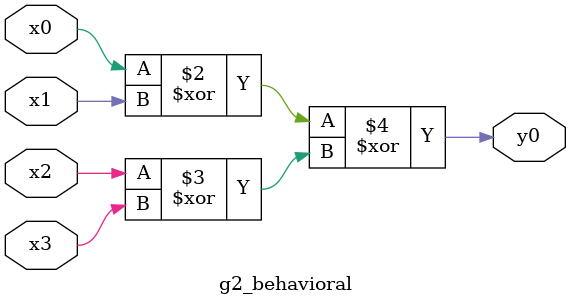
<source format=v>
`timescale 1ns / 1ps
module g2_behavioral(input x0,x1,x2,x3, output reg y0);

	always @(*) begin
		y0 = (x0^x1) ^ (x2^x3);
	end

endmodule

</source>
